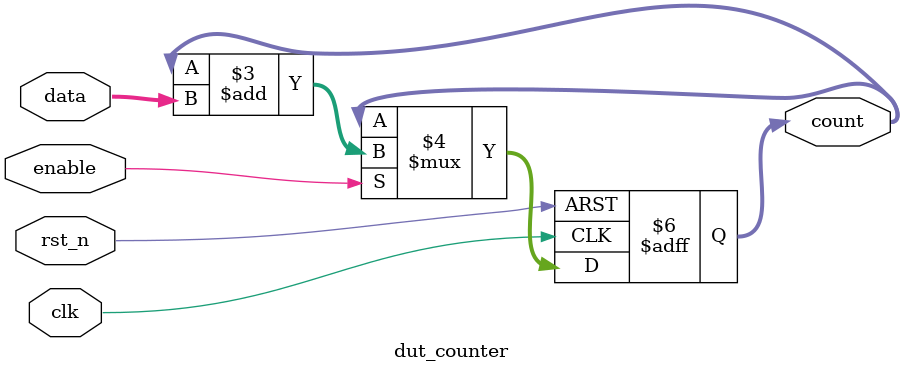
<source format=sv>
module dut_counter (
  input  logic       clk,
  input  logic       rst_n,
  input  logic       enable,
  input  logic [7:0] data,
  output logic [7:0] count
);
  always_ff @(posedge clk or negedge rst_n) begin
    if (!rst_n) begin
      count <= '0;
    end else if (enable) begin
      count <= count + data;
    end
  end
endmodule

</source>
